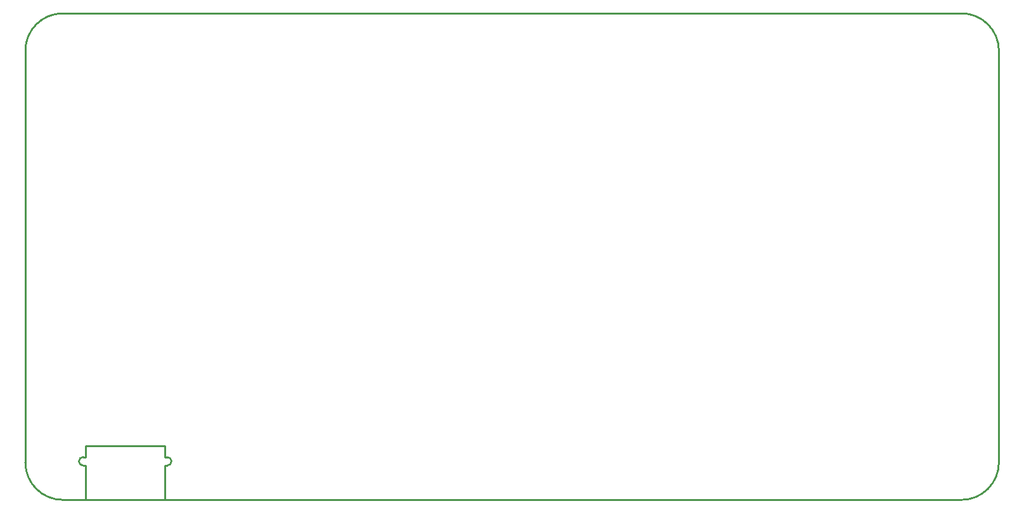
<source format=gko>
G04 Layer: BoardOutlineLayer*
G04 EasyEDA v6.5.44, 2024-08-27 12:09:24*
G04 1dc7b83da83f4ea3951a22daee788f59,f1a1d2977d3b4f1281c114c53eaa6542,10*
G04 Gerber Generator version 0.2*
G04 Scale: 100 percent, Rotated: No, Reflected: No *
G04 Dimensions in millimeters *
G04 leading zeros omitted , absolute positions ,4 integer and 5 decimal *
%FSLAX45Y45*%
%MOMM*%

%ADD10C,0.2540*%
D10*
X761997Y524200D02*
G01*
X761997Y6027788D01*
X13261972Y24201D02*
G01*
X1261996Y24201D01*
X13761971Y6027788D02*
G01*
X13761971Y524200D01*
X1261996Y6527787D02*
G01*
X13261972Y6527787D01*
G75*
G01*
X13261973Y6527787D02*
G02*
X13761972Y6027788I0J-499999D01*
G75*
G01*
X13761972Y524200D02*
G02*
X13261973Y24201I-499999J0D01*
G75*
G01*
X1261997Y24201D02*
G02*
X761998Y524200I0J499999D01*
G75*
G01*
X761998Y6027788D02*
G02*
X1261997Y6527787I499999J0D01*
X1599692Y744517D02*
G01*
X1565402Y744517D01*
X1565402Y597197D01*
X1535684Y597197D01*
X2605277Y744517D02*
G01*
X2625597Y744517D01*
X2625597Y597197D01*
X2655570Y597197D01*
X1599600Y744601D02*
G01*
X2605199Y744601D01*
X2655498Y482099D02*
G01*
X2625498Y482099D01*
X2625498Y440601D01*
X2625498Y24803D02*
G01*
X2625498Y440601D01*
X1565501Y24203D02*
G01*
X1565501Y440001D01*
X1535770Y482102D02*
G01*
X1565501Y482102D01*
X1565501Y440001D01*
G75*
G01*
X2655499Y482100D02*
G03*
X2655499Y597101I0J57500D01*
G75*
G01*
X1535770Y597101D02*
G03*
X1535770Y482102I-382J-57500D01*

%LPD*%
M02*

</source>
